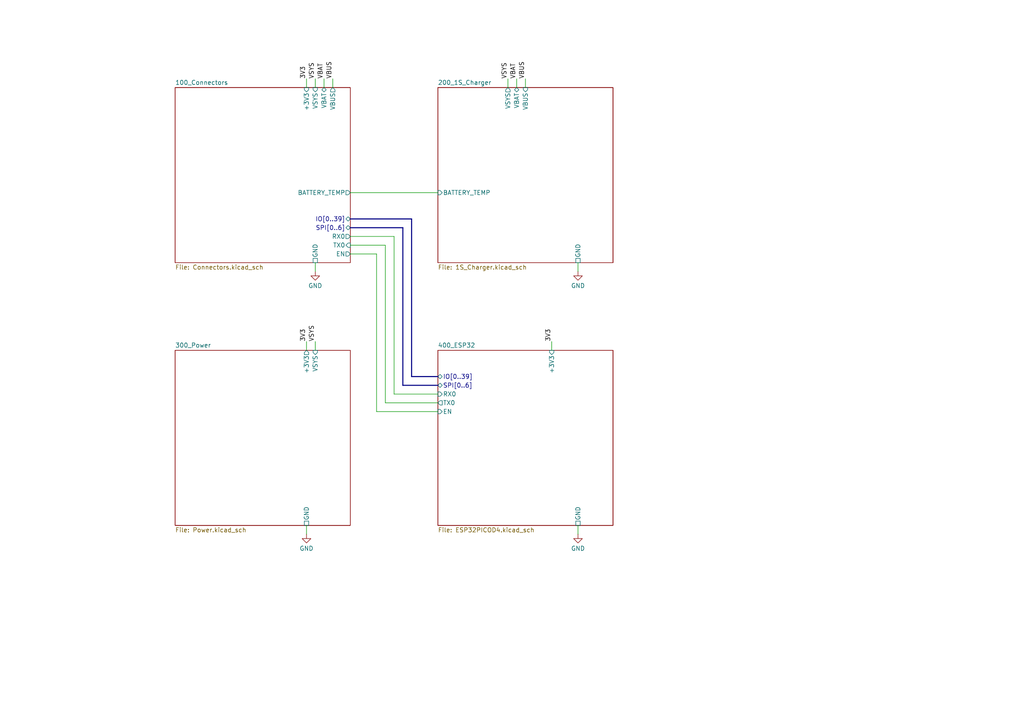
<source format=kicad_sch>
(kicad_sch (version 20231120) (generator "eeschema") (generator_version "8.0")
  (paper "A4")
  (title_block (title "PSoM - ESP S3") (date "2023-04-17") (rev "HW00") (company "PumaCorp"))
  (lib_symbols
    (symbol "power:GND" (power) (pin_names (offset 0))
      (property "Value" "GND" (at 0 -3.81 0))
      (symbol "GND_0_1"
        (polyline (pts (xy 0 0) (xy 0 -1.27) (xy 1.27 -1.27) (xy 0 -2.54) (xy -1.27 -1.27) (xy 0 -1.27)))
      )
      (symbol "GND_1_1"
        (pin power_in line (at 0 0 270) (length 0) hide (name "GND") (number "1"))
      )
    )
  )
  (wire (pts (xy 127 114.3) (xy 114.3 114.3)))
  (wire (pts (xy 147.32 22.86) (xy 147.32 25.4)))
  (bus (pts (xy 116.84 111.76) (xy 127 111.76)))
  (wire (pts (xy 167.64 152.4) (xy 167.64 154.94)))
  (wire (pts (xy 93.98 22.86) (xy 93.98 25.4)))
  (wire (pts (xy 111.76 71.12) (xy 111.76 116.84)))
  (wire (pts (xy 96.52 22.86) (xy 96.52 25.4)))
  (wire (pts (xy 101.6 73.66) (xy 109.22 73.66)))
  (wire (pts (xy 91.44 76.2) (xy 91.44 78.74)))
  (wire (pts (xy 109.22 73.66) (xy 109.22 119.38)))
  (wire (pts (xy 114.3 114.3) (xy 114.3 68.58)))
  (wire (pts (xy 88.9 152.4) (xy 88.9 154.94)))
  (bus (pts (xy 119.38 109.22) (xy 119.38 63.5)))
  (bus (pts (xy 127 109.22) (xy 119.38 109.22)))
  (wire (pts (xy 109.22 119.38) (xy 127 119.38)))
  (wire (pts (xy 114.3 68.58) (xy 101.6 68.58)))
  (bus (pts (xy 116.84 66.04) (xy 116.84 111.76)))
  (wire (pts (xy 91.44 22.86) (xy 91.44 25.4)))
  (wire (pts (xy 167.64 76.2) (xy 167.64 78.74)))
  (wire (pts (xy 111.76 116.84) (xy 127 116.84)))
  (wire (pts (xy 101.6 71.12) (xy 111.76 71.12)))
  (wire (pts (xy 91.44 99.06) (xy 91.44 101.6)))
  (wire (pts (xy 152.4 22.86) (xy 152.4 25.4)))
  (bus (pts (xy 101.6 66.04) (xy 116.84 66.04)))
  (bus (pts (xy 119.38 63.5) (xy 101.6 63.5)))
  (wire (pts (xy 149.86 22.86) (xy 149.86 25.4)))
  (wire (pts (xy 101.6 55.88) (xy 127 55.88)))
  (wire (pts (xy 88.9 22.86) (xy 88.9 25.4)))
  (wire (pts (xy 160.02 99.06) (xy 160.02 101.6)))
  (wire (pts (xy 88.9 99.06) (xy 88.9 101.6)))
  (label "3V3" (at 88.9 22.86 90))
  (label "3V3" (at 88.9 99.06 90))
  (label "3V3" (at 160.02 99.06 90))
  (label "VBUS" (at 96.52 22.86 90))
  (label "VSYS" (at 147.32 22.86 90))
  (label "VBUS" (at 152.4 22.86 90))
  (label "VSYS" (at 91.44 22.86 90))
  (label "VSYS" (at 91.44 99.06 90))
  (label "VBAT" (at 149.86 22.86 90))
  (label "VBAT" (at 93.98 22.86 90))
  (symbol (lib_id "power:GND") (at 167.64 154.94 0) (unit 1)
    (property "Reference" "#PWR08" (effects (hide yes)))
    (property "Value" "GND" (at 167.64 159.0755 0))
  )
  (symbol (lib_id "power:GND") (at 91.44 78.74 0) (unit 1)
    (property "Reference" "#PWR06" (effects (hide yes)))
    (property "Value" "GND" (at 91.44 82.8755 0))
  )
  (symbol (lib_id "power:GND") (at 167.64 78.74 0) (unit 1)
    (property "Reference" "#PWR07" (effects (hide yes)))
    (property "Value" "GND" (at 167.64 82.8755 0))
  )
  (symbol (lib_id "power:GND") (at 88.9 154.94 0) (unit 1)
    (property "Reference" "#PWR09" (effects (hide yes)))
    (property "Value" "GND" (at 88.9 159.0755 0))
  )
  (sheet (at 127 25.4) (size 50.8 50.8) (stroke (width 0.1524))
    (property "Sheetname" "200_1S_Charger" (at 127 24.6884 0) (effects (justify left bottom)))
    (property "Sheetfile" "1S_Charger.kicad_sch" (at 127 76.7846 0) (effects (justify left top)))
    (pin "VSYS" output (at 147.32 25.4 90))
    (pin "VBUS" input (at 152.4 25.4 90))
    (pin "VBAT" bidirectional (at 149.86 25.4 90))
    (pin "GND" passive (at 167.64 76.2 270))
    (pin "BATTERY_TEMP" input (at 127 55.88 180))
  )
  (sheet (at 50.8 25.4) (size 50.8 50.8) (stroke (width 0.1524))
    (property "Sheetname" "100_Connectors" (at 50.8 24.6884 0) (effects (justify left bottom)))
    (property "Sheetfile" "Connectors.kicad_sch" (at 50.8 76.7846 0) (effects (justify left top)))
    (pin "VBAT" bidirectional (at 93.98 25.4 90))
    (pin "GND" passive (at 91.44 76.2 270))
    (pin "IO[0..39]" bidirectional (at 101.6 63.5 0))
    (pin "VBUS" output (at 96.52 25.4 90))
    (pin "+3V3" input (at 88.9 25.4 90))
    (pin "VSYS" input (at 91.44 25.4 90))
    (pin "TX0" input (at 101.6 71.12 0))
    (pin "RX0" output (at 101.6 68.58 0))
    (pin "SPI[0..6]" bidirectional (at 101.6 66.04 0))
    (pin "BATTERY_TEMP" output (at 101.6 55.88 0))
    (pin "EN" output (at 101.6 73.66 0))
  )
  (sheet (at 127 101.6) (size 50.8 50.8) (stroke (width 0.1524))
    (property "Sheetname" "400_ESP32" (at 127 100.8884 0) (effects (justify left bottom)))
    (property "Sheetfile" "ESP32PICOD4.kicad_sch" (at 127 152.9846 0) (effects (justify left top)))
    (pin "+3V3" input (at 160.02 101.6 90))
    (pin "GND" passive (at 167.64 152.4 270))
    (pin "IO[0..39]" bidirectional (at 127 109.22 180))
    (pin "RX0" input (at 127 114.3 180))
    (pin "TX0" output (at 127 116.84 180))
    (pin "SPI[0..6]" bidirectional (at 127 111.76 180))
    (pin "EN" input (at 127 119.38 180))
  )
  (sheet (at 50.8 101.6) (size 50.8 50.8) (stroke (width 0.1524))
    (property "Sheetname" "300_Power" (at 50.8 100.8884 0) (effects (justify left bottom)))
    (property "Sheetfile" "Power.kicad_sch" (at 50.8 152.9846 0) (effects (justify left top)))
    (pin "+3V3" output (at 88.9 101.6 90))
    (pin "VSYS" input (at 91.44 101.6 90))
    (pin "GND" passive (at 88.9 152.4 270))
  )
)
</source>
